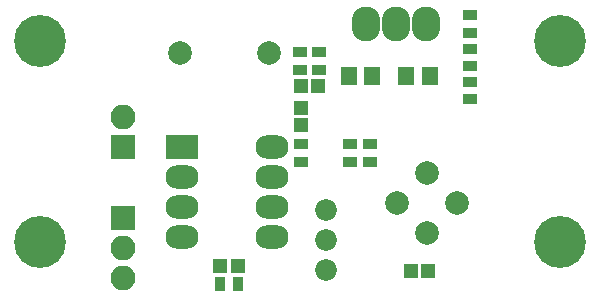
<source format=gbr>
G04 #@! TF.GenerationSoftware,KiCad,Pcbnew,(2017-12-14 revision b47a06e42)-master*
G04 #@! TF.CreationDate,2017-12-14T23:45:36+01:00*
G04 #@! TF.ProjectId,LDR_MLX,4C44525F4D4C582E6B696361645F7063,rev?*
G04 #@! TF.SameCoordinates,Original*
G04 #@! TF.FileFunction,Soldermask,Top*
G04 #@! TF.FilePolarity,Negative*
%FSLAX46Y46*%
G04 Gerber Fmt 4.6, Leading zero omitted, Abs format (unit mm)*
G04 Created by KiCad (PCBNEW (2017-12-14 revision b47a06e42)-master) date Thu Dec 14 23:45:36 2017*
%MOMM*%
%LPD*%
G01*
G04 APERTURE LIST*
%ADD10R,1.400000X1.650000*%
%ADD11C,4.400000*%
%ADD12R,1.150000X1.200000*%
%ADD13R,1.200000X1.150000*%
%ADD14C,2.000000*%
%ADD15O,2.100000X2.100000*%
%ADD16R,2.100000X2.100000*%
%ADD17R,1.300000X0.900000*%
%ADD18R,0.900000X1.300000*%
%ADD19C,1.840000*%
%ADD20O,2.800000X2.000000*%
%ADD21R,2.800000X2.000000*%
%ADD22O,2.432000X2.940000*%
G04 APERTURE END LIST*
D10*
X181100000Y-66000000D03*
X183100000Y-66000000D03*
X186000000Y-66000000D03*
X188000000Y-66000000D03*
D11*
X199000000Y-63000000D03*
X199000000Y-80000000D03*
X155000000Y-63000000D03*
X155000000Y-80000000D03*
D12*
X177100000Y-68650000D03*
X177100000Y-70150000D03*
D13*
X178550000Y-66800000D03*
X177050000Y-66800000D03*
X171750000Y-82100000D03*
X170250000Y-82100000D03*
X186350000Y-82500000D03*
X187850000Y-82500000D03*
D14*
X187700000Y-74160000D03*
X190240000Y-76700000D03*
X187700000Y-79240000D03*
X185160000Y-76700000D03*
D15*
X162000000Y-69460000D03*
D16*
X162000000Y-72000000D03*
D15*
X162000000Y-83080000D03*
X162000000Y-80540000D03*
D16*
X162000000Y-78000000D03*
D14*
X174400000Y-64000000D03*
X166800000Y-64000000D03*
D17*
X177000000Y-65450000D03*
X177000000Y-63950000D03*
X178600000Y-65450000D03*
X178600000Y-63950000D03*
D18*
X171750000Y-83600000D03*
X170250000Y-83600000D03*
D17*
X191400000Y-63650000D03*
X191400000Y-65150000D03*
X191400000Y-66450000D03*
X191400000Y-67950000D03*
X177100000Y-71750000D03*
X177100000Y-73250000D03*
X191400000Y-62350000D03*
X191400000Y-60850000D03*
X182900000Y-71750000D03*
X182900000Y-73250000D03*
X181200000Y-73250000D03*
X181200000Y-71750000D03*
D19*
X179200000Y-82380000D03*
X179200000Y-79840000D03*
X179200000Y-77300000D03*
D20*
X174620000Y-72000000D03*
X167000000Y-79620000D03*
X174620000Y-74540000D03*
X167000000Y-77080000D03*
X174620000Y-77080000D03*
X167000000Y-74540000D03*
X174620000Y-79620000D03*
D21*
X167000000Y-72000000D03*
D22*
X187640000Y-61600000D03*
X182560000Y-61600000D03*
X185100000Y-61600000D03*
M02*

</source>
